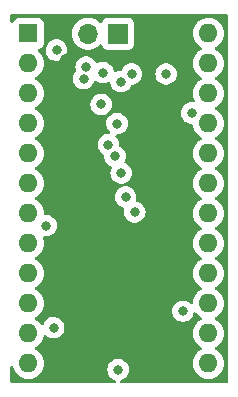
<source format=gbr>
%TF.GenerationSoftware,KiCad,Pcbnew,7.0.8-7.0.8~ubuntu23.04.1*%
%TF.CreationDate,2023-10-18T20:22:37+02:00*%
%TF.ProjectId,eprom_replacer2,6570726f-6d5f-4726-9570-6c6163657232,1.01*%
%TF.SameCoordinates,Original*%
%TF.FileFunction,Copper,L2,Inr*%
%TF.FilePolarity,Positive*%
%FSLAX46Y46*%
G04 Gerber Fmt 4.6, Leading zero omitted, Abs format (unit mm)*
G04 Created by KiCad (PCBNEW 7.0.8-7.0.8~ubuntu23.04.1) date 2023-10-18 20:22:37*
%MOMM*%
%LPD*%
G01*
G04 APERTURE LIST*
%TA.AperFunction,ComponentPad*%
%ADD10R,1.700000X1.700000*%
%TD*%
%TA.AperFunction,ComponentPad*%
%ADD11O,1.700000X1.700000*%
%TD*%
%TA.AperFunction,ComponentPad*%
%ADD12R,1.600000X1.600000*%
%TD*%
%TA.AperFunction,ComponentPad*%
%ADD13O,1.600000X1.600000*%
%TD*%
%TA.AperFunction,ViaPad*%
%ADD14C,0.800000*%
%TD*%
G04 APERTURE END LIST*
D10*
%TO.N,/~{WE}*%
%TO.C,J3*%
X108432600Y-79781400D03*
D11*
%TO.N,/PIN18*%
X105892600Y-79781400D03*
%TD*%
D12*
%TO.N,/A7*%
%TO.C,J2*%
X100838000Y-79756000D03*
D13*
%TO.N,/A6*%
X100838000Y-82296000D03*
%TO.N,/A5*%
X100838000Y-84836000D03*
%TO.N,/A4*%
X100838000Y-87376000D03*
%TO.N,/A3*%
X100838000Y-89916000D03*
%TO.N,/A2*%
X100838000Y-92456000D03*
%TO.N,/A1*%
X100838000Y-94996000D03*
%TO.N,/A0*%
X100838000Y-97536000D03*
%TO.N,/D0*%
X100838000Y-100076000D03*
%TO.N,/D1*%
X100838000Y-102616000D03*
%TO.N,/D2*%
X100838000Y-105156000D03*
%TO.N,GND*%
X100838000Y-107696000D03*
%TO.N,/D3*%
X116078000Y-107696000D03*
%TO.N,/D4*%
X116078000Y-105156000D03*
%TO.N,/D5*%
X116078000Y-102616000D03*
%TO.N,/D6*%
X116078000Y-100076000D03*
%TO.N,/D7*%
X116078000Y-97536000D03*
%TO.N,/PIN18*%
X116078000Y-94996000D03*
%TO.N,/PIN19*%
X116078000Y-92456000D03*
%TO.N,/PIN20*%
X116078000Y-89916000D03*
%TO.N,/PIN21*%
X116078000Y-87376000D03*
%TO.N,/A9*%
X116078000Y-84836000D03*
%TO.N,/A8*%
X116078000Y-82296000D03*
%TO.N,/A13*%
X116078000Y-79756000D03*
%TD*%
D14*
%TO.N,GND*%
X102975899Y-104669101D03*
X103225600Y-81187688D03*
X113922419Y-103286900D03*
%TO.N,/PIN18*%
X112496600Y-83210400D03*
%TO.N,/PIN19*%
X114657234Y-86510972D03*
%TO.N,/A9*%
X108170601Y-90158221D03*
X107162600Y-83081846D03*
%TO.N,/A8*%
X105719825Y-82613827D03*
X107611500Y-89184320D03*
%TO.N,+5V*%
X103950100Y-81893063D03*
X111729301Y-108229400D03*
X114274600Y-107213400D03*
X103733600Y-106197400D03*
X103256137Y-103445269D03*
X110591600Y-79908400D03*
%TO.N,/A10*%
X109840737Y-94883263D03*
X107006335Y-85770376D03*
X109575600Y-83210400D03*
%TO.N,/~{OE}*%
X109064680Y-93610122D03*
%TO.N,/~{WE}*%
X108336601Y-87401400D03*
%TO.N,/A12*%
X108432600Y-108229400D03*
%TO.N,/A11*%
X108691934Y-91587066D03*
X105511600Y-83591400D03*
X108684797Y-83843597D03*
%TO.N,/~{CE}*%
X102336600Y-96037400D03*
%TD*%
%TA.AperFunction,Conductor*%
%TO.N,+5V*%
G36*
X117670621Y-78125502D02*
G01*
X117717114Y-78179158D01*
X117728500Y-78231500D01*
X117728500Y-109220500D01*
X117708498Y-109288621D01*
X117654842Y-109335114D01*
X117602500Y-109346500D01*
X108745512Y-109346500D01*
X108677391Y-109326498D01*
X108630898Y-109272842D01*
X108620794Y-109202568D01*
X108650288Y-109137988D01*
X108708681Y-109100460D01*
X108708608Y-109100235D01*
X108709465Y-109099956D01*
X108710014Y-109099604D01*
X108712428Y-109098993D01*
X108714883Y-109098196D01*
X108714887Y-109098194D01*
X108714888Y-109098194D01*
X108889352Y-109020518D01*
X109043853Y-108908266D01*
X109171640Y-108766344D01*
X109267127Y-108600956D01*
X109326142Y-108419328D01*
X109346104Y-108229400D01*
X109326142Y-108039472D01*
X109267127Y-107857844D01*
X109171640Y-107692456D01*
X109171638Y-107692454D01*
X109171634Y-107692448D01*
X109043855Y-107550535D01*
X108889352Y-107438282D01*
X108714888Y-107360606D01*
X108528087Y-107320900D01*
X108337113Y-107320900D01*
X108150311Y-107360606D01*
X107975847Y-107438282D01*
X107821344Y-107550535D01*
X107693565Y-107692448D01*
X107693558Y-107692458D01*
X107598076Y-107857838D01*
X107598073Y-107857845D01*
X107539057Y-108039472D01*
X107519096Y-108229400D01*
X107539057Y-108419327D01*
X107569126Y-108511870D01*
X107598073Y-108600956D01*
X107598076Y-108600961D01*
X107693558Y-108766341D01*
X107693565Y-108766351D01*
X107821344Y-108908264D01*
X107821347Y-108908266D01*
X107975848Y-109020518D01*
X108100921Y-109076203D01*
X108150316Y-109098196D01*
X108156592Y-109100235D01*
X108155818Y-109102614D01*
X108208362Y-109130985D01*
X108242681Y-109193136D01*
X108237950Y-109263975D01*
X108195672Y-109321011D01*
X108129270Y-109346135D01*
X108119688Y-109346500D01*
X99440500Y-109346500D01*
X99372379Y-109326498D01*
X99325886Y-109272842D01*
X99314500Y-109220500D01*
X99314500Y-108022939D01*
X99334502Y-107954818D01*
X99388158Y-107908325D01*
X99458432Y-107898221D01*
X99523012Y-107927715D01*
X99561396Y-107987441D01*
X99562192Y-107990277D01*
X99570945Y-108022939D01*
X99603715Y-108145240D01*
X99603717Y-108145246D01*
X99700477Y-108352749D01*
X99747095Y-108419327D01*
X99831802Y-108540300D01*
X99993700Y-108702198D01*
X100181251Y-108833523D01*
X100388757Y-108930284D01*
X100609913Y-108989543D01*
X100838000Y-109009498D01*
X101066087Y-108989543D01*
X101287243Y-108930284D01*
X101494749Y-108833523D01*
X101682300Y-108702198D01*
X101844198Y-108540300D01*
X101975523Y-108352749D01*
X102072284Y-108145243D01*
X102131543Y-107924087D01*
X102151498Y-107696000D01*
X102131543Y-107467913D01*
X102072284Y-107246757D01*
X101975523Y-107039251D01*
X101844198Y-106851700D01*
X101682300Y-106689802D01*
X101494749Y-106558477D01*
X101455543Y-106540195D01*
X101402258Y-106493279D01*
X101382796Y-106425002D01*
X101403337Y-106357042D01*
X101455543Y-106311805D01*
X101457997Y-106310660D01*
X101494749Y-106293523D01*
X101682300Y-106162198D01*
X101844198Y-106000300D01*
X101975523Y-105812749D01*
X102072284Y-105605243D01*
X102131543Y-105384087D01*
X102131543Y-105384080D01*
X102132398Y-105380892D01*
X102169350Y-105320269D01*
X102233210Y-105289248D01*
X102303705Y-105297676D01*
X102347741Y-105329192D01*
X102364646Y-105347967D01*
X102519147Y-105460219D01*
X102693611Y-105537895D01*
X102880412Y-105577601D01*
X103071386Y-105577601D01*
X103258187Y-105537895D01*
X103432651Y-105460219D01*
X103587152Y-105347967D01*
X103604056Y-105329193D01*
X103714933Y-105206052D01*
X103714934Y-105206050D01*
X103714939Y-105206045D01*
X103810426Y-105040657D01*
X103869441Y-104859029D01*
X103889403Y-104669101D01*
X103869441Y-104479173D01*
X103810426Y-104297545D01*
X103714939Y-104132157D01*
X103714937Y-104132155D01*
X103714933Y-104132149D01*
X103587154Y-103990236D01*
X103432651Y-103877983D01*
X103258187Y-103800307D01*
X103071386Y-103760601D01*
X102880412Y-103760601D01*
X102693610Y-103800307D01*
X102519146Y-103877983D01*
X102364643Y-103990236D01*
X102236864Y-104132149D01*
X102236857Y-104132159D01*
X102141375Y-104297539D01*
X102141373Y-104297543D01*
X102122133Y-104356756D01*
X102082058Y-104415361D01*
X102016661Y-104442997D01*
X101946705Y-104430889D01*
X101899087Y-104390089D01*
X101844200Y-104311703D01*
X101844195Y-104311697D01*
X101682302Y-104149804D01*
X101682296Y-104149799D01*
X101579781Y-104078017D01*
X101494749Y-104018477D01*
X101455543Y-104000195D01*
X101402258Y-103953279D01*
X101382796Y-103885002D01*
X101403337Y-103817042D01*
X101455543Y-103771805D01*
X101457997Y-103770660D01*
X101494749Y-103753523D01*
X101682300Y-103622198D01*
X101844198Y-103460300D01*
X101965614Y-103286900D01*
X113008915Y-103286900D01*
X113028876Y-103476827D01*
X113058945Y-103569370D01*
X113087892Y-103658456D01*
X113087895Y-103658461D01*
X113183377Y-103823841D01*
X113183384Y-103823851D01*
X113311163Y-103965764D01*
X113344846Y-103990236D01*
X113465667Y-104078018D01*
X113640131Y-104155694D01*
X113826932Y-104195400D01*
X114017906Y-104195400D01*
X114204707Y-104155694D01*
X114379171Y-104078018D01*
X114533672Y-103965766D01*
X114543403Y-103954959D01*
X114661453Y-103823851D01*
X114661454Y-103823849D01*
X114661459Y-103823844D01*
X114756946Y-103658456D01*
X114815961Y-103476828D01*
X114815961Y-103476826D01*
X114815962Y-103476824D01*
X114817335Y-103470367D01*
X114819388Y-103470803D01*
X114842649Y-103414266D01*
X114900870Y-103373636D01*
X114971815Y-103370933D01*
X115032959Y-103407014D01*
X115044159Y-103420822D01*
X115071802Y-103460300D01*
X115233700Y-103622198D01*
X115421251Y-103753523D01*
X115456359Y-103769894D01*
X115460457Y-103771805D01*
X115513742Y-103818722D01*
X115533203Y-103886999D01*
X115512661Y-103954959D01*
X115460457Y-104000195D01*
X115421250Y-104018477D01*
X115233703Y-104149799D01*
X115233697Y-104149804D01*
X115071804Y-104311697D01*
X115071799Y-104311703D01*
X114940477Y-104499250D01*
X114843717Y-104706753D01*
X114843715Y-104706759D01*
X114792021Y-104899684D01*
X114784457Y-104927913D01*
X114764502Y-105156000D01*
X114784457Y-105384087D01*
X114843716Y-105605243D01*
X114940477Y-105812749D01*
X115071802Y-106000300D01*
X115233700Y-106162198D01*
X115421251Y-106293523D01*
X115456359Y-106309894D01*
X115460457Y-106311805D01*
X115513742Y-106358722D01*
X115533203Y-106426999D01*
X115512661Y-106494959D01*
X115460457Y-106540195D01*
X115421250Y-106558477D01*
X115233703Y-106689799D01*
X115233697Y-106689804D01*
X115071804Y-106851697D01*
X115071799Y-106851703D01*
X114940477Y-107039250D01*
X114843717Y-107246753D01*
X114843715Y-107246759D01*
X114792397Y-107438282D01*
X114784457Y-107467913D01*
X114764502Y-107696000D01*
X114784457Y-107924087D01*
X114801433Y-107987441D01*
X114843715Y-108145240D01*
X114843717Y-108145246D01*
X114940477Y-108352749D01*
X114987095Y-108419327D01*
X115071802Y-108540300D01*
X115233700Y-108702198D01*
X115421251Y-108833523D01*
X115628757Y-108930284D01*
X115849913Y-108989543D01*
X116078000Y-109009498D01*
X116306087Y-108989543D01*
X116527243Y-108930284D01*
X116734749Y-108833523D01*
X116922300Y-108702198D01*
X117084198Y-108540300D01*
X117215523Y-108352749D01*
X117312284Y-108145243D01*
X117371543Y-107924087D01*
X117391498Y-107696000D01*
X117371543Y-107467913D01*
X117312284Y-107246757D01*
X117215523Y-107039251D01*
X117084198Y-106851700D01*
X116922300Y-106689802D01*
X116734749Y-106558477D01*
X116695543Y-106540195D01*
X116642258Y-106493279D01*
X116622796Y-106425002D01*
X116643337Y-106357042D01*
X116695543Y-106311805D01*
X116697997Y-106310660D01*
X116734749Y-106293523D01*
X116922300Y-106162198D01*
X117084198Y-106000300D01*
X117215523Y-105812749D01*
X117312284Y-105605243D01*
X117371543Y-105384087D01*
X117391498Y-105156000D01*
X117371543Y-104927913D01*
X117312284Y-104706757D01*
X117215523Y-104499251D01*
X117084198Y-104311700D01*
X116922300Y-104149802D01*
X116897100Y-104132157D01*
X116819781Y-104078017D01*
X116734749Y-104018477D01*
X116695543Y-104000195D01*
X116642258Y-103953279D01*
X116622796Y-103885002D01*
X116643337Y-103817042D01*
X116695543Y-103771805D01*
X116697997Y-103770660D01*
X116734749Y-103753523D01*
X116922300Y-103622198D01*
X117084198Y-103460300D01*
X117215523Y-103272749D01*
X117312284Y-103065243D01*
X117371543Y-102844087D01*
X117391498Y-102616000D01*
X117371543Y-102387913D01*
X117312284Y-102166757D01*
X117215523Y-101959251D01*
X117084198Y-101771700D01*
X116922300Y-101609802D01*
X116734749Y-101478477D01*
X116695543Y-101460195D01*
X116642258Y-101413279D01*
X116622796Y-101345002D01*
X116643337Y-101277042D01*
X116695543Y-101231805D01*
X116697997Y-101230660D01*
X116734749Y-101213523D01*
X116922300Y-101082198D01*
X117084198Y-100920300D01*
X117215523Y-100732749D01*
X117312284Y-100525243D01*
X117371543Y-100304087D01*
X117391498Y-100076000D01*
X117371543Y-99847913D01*
X117312284Y-99626757D01*
X117215523Y-99419251D01*
X117084198Y-99231700D01*
X116922300Y-99069802D01*
X116734749Y-98938477D01*
X116695543Y-98920195D01*
X116642258Y-98873279D01*
X116622796Y-98805002D01*
X116643337Y-98737042D01*
X116695543Y-98691805D01*
X116697997Y-98690660D01*
X116734749Y-98673523D01*
X116922300Y-98542198D01*
X117084198Y-98380300D01*
X117215523Y-98192749D01*
X117312284Y-97985243D01*
X117371543Y-97764087D01*
X117391498Y-97536000D01*
X117371543Y-97307913D01*
X117312284Y-97086757D01*
X117215523Y-96879251D01*
X117084198Y-96691700D01*
X116922300Y-96529802D01*
X116734749Y-96398477D01*
X116695543Y-96380195D01*
X116642258Y-96333279D01*
X116622796Y-96265002D01*
X116643337Y-96197042D01*
X116695543Y-96151805D01*
X116697997Y-96150660D01*
X116734749Y-96133523D01*
X116922300Y-96002198D01*
X117084198Y-95840300D01*
X117215523Y-95652749D01*
X117312284Y-95445243D01*
X117371543Y-95224087D01*
X117391498Y-94996000D01*
X117371543Y-94767913D01*
X117312284Y-94546757D01*
X117215523Y-94339251D01*
X117084198Y-94151700D01*
X116922300Y-93989802D01*
X116734749Y-93858477D01*
X116695543Y-93840195D01*
X116642258Y-93793279D01*
X116622796Y-93725002D01*
X116643337Y-93657042D01*
X116695543Y-93611805D01*
X116699152Y-93610122D01*
X116734749Y-93593523D01*
X116922300Y-93462198D01*
X117084198Y-93300300D01*
X117215523Y-93112749D01*
X117312284Y-92905243D01*
X117371543Y-92684087D01*
X117391498Y-92456000D01*
X117371543Y-92227913D01*
X117312284Y-92006757D01*
X117215523Y-91799251D01*
X117084198Y-91611700D01*
X116922300Y-91449802D01*
X116734749Y-91318477D01*
X116695543Y-91300195D01*
X116642258Y-91253279D01*
X116622796Y-91185002D01*
X116643337Y-91117042D01*
X116695543Y-91071805D01*
X116697997Y-91070660D01*
X116734749Y-91053523D01*
X116922300Y-90922198D01*
X117084198Y-90760300D01*
X117215523Y-90572749D01*
X117312284Y-90365243D01*
X117371543Y-90144087D01*
X117391498Y-89916000D01*
X117371543Y-89687913D01*
X117312284Y-89466757D01*
X117215523Y-89259251D01*
X117084198Y-89071700D01*
X116922300Y-88909802D01*
X116734749Y-88778477D01*
X116695543Y-88760195D01*
X116642258Y-88713279D01*
X116622796Y-88645002D01*
X116643337Y-88577042D01*
X116695543Y-88531805D01*
X116697997Y-88530660D01*
X116734749Y-88513523D01*
X116922300Y-88382198D01*
X117084198Y-88220300D01*
X117215523Y-88032749D01*
X117312284Y-87825243D01*
X117371543Y-87604087D01*
X117391498Y-87376000D01*
X117371543Y-87147913D01*
X117312284Y-86926757D01*
X117215523Y-86719251D01*
X117084198Y-86531700D01*
X116922300Y-86369802D01*
X116734749Y-86238477D01*
X116695543Y-86220195D01*
X116642258Y-86173279D01*
X116622796Y-86105002D01*
X116643337Y-86037042D01*
X116695543Y-85991805D01*
X116697997Y-85990660D01*
X116734749Y-85973523D01*
X116922300Y-85842198D01*
X117084198Y-85680300D01*
X117215523Y-85492749D01*
X117312284Y-85285243D01*
X117371543Y-85064087D01*
X117391498Y-84836000D01*
X117371543Y-84607913D01*
X117312284Y-84386757D01*
X117215523Y-84179251D01*
X117084198Y-83991700D01*
X116922300Y-83829802D01*
X116734749Y-83698477D01*
X116695543Y-83680195D01*
X116642258Y-83633279D01*
X116622796Y-83565002D01*
X116643337Y-83497042D01*
X116695543Y-83451805D01*
X116697997Y-83450660D01*
X116734749Y-83433523D01*
X116922300Y-83302198D01*
X117084198Y-83140300D01*
X117215523Y-82952749D01*
X117312284Y-82745243D01*
X117371543Y-82524087D01*
X117391498Y-82296000D01*
X117371543Y-82067913D01*
X117312284Y-81846757D01*
X117215523Y-81639251D01*
X117084198Y-81451700D01*
X116922300Y-81289802D01*
X116922291Y-81289796D01*
X116816086Y-81215430D01*
X116734749Y-81158477D01*
X116695543Y-81140195D01*
X116642258Y-81093279D01*
X116622796Y-81025002D01*
X116643337Y-80957042D01*
X116695543Y-80911805D01*
X116697997Y-80910660D01*
X116734749Y-80893523D01*
X116922300Y-80762198D01*
X117084198Y-80600300D01*
X117215523Y-80412749D01*
X117312284Y-80205243D01*
X117371543Y-79984087D01*
X117391498Y-79756000D01*
X117371543Y-79527913D01*
X117312284Y-79306757D01*
X117215523Y-79099251D01*
X117084198Y-78911700D01*
X116922300Y-78749802D01*
X116911617Y-78742322D01*
X116734749Y-78618477D01*
X116527246Y-78521717D01*
X116527240Y-78521715D01*
X116433771Y-78496670D01*
X116306087Y-78462457D01*
X116078000Y-78442502D01*
X115849913Y-78462457D01*
X115628759Y-78521715D01*
X115628753Y-78521717D01*
X115421250Y-78618477D01*
X115233703Y-78749799D01*
X115233697Y-78749804D01*
X115071804Y-78911697D01*
X115071799Y-78911703D01*
X114940477Y-79099250D01*
X114843717Y-79306753D01*
X114843715Y-79306759D01*
X114784457Y-79527913D01*
X114764502Y-79756000D01*
X114784457Y-79984087D01*
X114818670Y-80111771D01*
X114843715Y-80205240D01*
X114843717Y-80205246D01*
X114852470Y-80224016D01*
X114940477Y-80412749D01*
X115071802Y-80600300D01*
X115233700Y-80762198D01*
X115421251Y-80893523D01*
X115456359Y-80909894D01*
X115460457Y-80911805D01*
X115513742Y-80958722D01*
X115533203Y-81026999D01*
X115512661Y-81094959D01*
X115460457Y-81140195D01*
X115421250Y-81158477D01*
X115233703Y-81289799D01*
X115233697Y-81289804D01*
X115071804Y-81451697D01*
X115071799Y-81451703D01*
X114940477Y-81639250D01*
X114843717Y-81846753D01*
X114843715Y-81846759D01*
X114792021Y-82039684D01*
X114784457Y-82067913D01*
X114764502Y-82296000D01*
X114784457Y-82524087D01*
X114801433Y-82587441D01*
X114843715Y-82745240D01*
X114843717Y-82745246D01*
X114912111Y-82891918D01*
X114940477Y-82952749D01*
X115071802Y-83140300D01*
X115233700Y-83302198D01*
X115421251Y-83433523D01*
X115456359Y-83449894D01*
X115460457Y-83451805D01*
X115513742Y-83498722D01*
X115533203Y-83566999D01*
X115512661Y-83634959D01*
X115460457Y-83680195D01*
X115421250Y-83698477D01*
X115233703Y-83829799D01*
X115233697Y-83829804D01*
X115071804Y-83991697D01*
X115071799Y-83991703D01*
X114940477Y-84179250D01*
X114843717Y-84386753D01*
X114843715Y-84386759D01*
X114792021Y-84579684D01*
X114784457Y-84607913D01*
X114764502Y-84836000D01*
X114784457Y-85064087D01*
X114801433Y-85127441D01*
X114843715Y-85285240D01*
X114843717Y-85285246D01*
X114911125Y-85429803D01*
X114921786Y-85499995D01*
X114892806Y-85564808D01*
X114833386Y-85603664D01*
X114770735Y-85606300D01*
X114752724Y-85602472D01*
X114752721Y-85602472D01*
X114561747Y-85602472D01*
X114374945Y-85642178D01*
X114200481Y-85719854D01*
X114045978Y-85832107D01*
X113918199Y-85974020D01*
X113918192Y-85974030D01*
X113822710Y-86139410D01*
X113822707Y-86139416D01*
X113821888Y-86141937D01*
X113763691Y-86321044D01*
X113743730Y-86510972D01*
X113763691Y-86700899D01*
X113793760Y-86793442D01*
X113822707Y-86882528D01*
X113822710Y-86882533D01*
X113918192Y-87047913D01*
X113918199Y-87047923D01*
X114045978Y-87189836D01*
X114107233Y-87234340D01*
X114200482Y-87302090D01*
X114374946Y-87379766D01*
X114561747Y-87419472D01*
X114652848Y-87419472D01*
X114720969Y-87439474D01*
X114767462Y-87493130D01*
X114778367Y-87534484D01*
X114784457Y-87604087D01*
X114801433Y-87667441D01*
X114843715Y-87825240D01*
X114843717Y-87825246D01*
X114896459Y-87938351D01*
X114940477Y-88032749D01*
X115071802Y-88220300D01*
X115233700Y-88382198D01*
X115421251Y-88513523D01*
X115456359Y-88529894D01*
X115460457Y-88531805D01*
X115513742Y-88578722D01*
X115533203Y-88646999D01*
X115512661Y-88714959D01*
X115460457Y-88760195D01*
X115421250Y-88778477D01*
X115233703Y-88909799D01*
X115233697Y-88909804D01*
X115071804Y-89071697D01*
X115071799Y-89071703D01*
X114940477Y-89259250D01*
X114843717Y-89466753D01*
X114843715Y-89466759D01*
X114792021Y-89659684D01*
X114784457Y-89687913D01*
X114764502Y-89916000D01*
X114784457Y-90144087D01*
X114801433Y-90207441D01*
X114843715Y-90365240D01*
X114843717Y-90365246D01*
X114940477Y-90572749D01*
X115062901Y-90747589D01*
X115071802Y-90760300D01*
X115233700Y-90922198D01*
X115421251Y-91053523D01*
X115456359Y-91069894D01*
X115460457Y-91071805D01*
X115513742Y-91118722D01*
X115533203Y-91186999D01*
X115512661Y-91254959D01*
X115460457Y-91300195D01*
X115421250Y-91318477D01*
X115233703Y-91449799D01*
X115233697Y-91449804D01*
X115071804Y-91611697D01*
X115071799Y-91611703D01*
X114940477Y-91799250D01*
X114843717Y-92006753D01*
X114843715Y-92006759D01*
X114792021Y-92199684D01*
X114784457Y-92227913D01*
X114764502Y-92456000D01*
X114784457Y-92684087D01*
X114843716Y-92905243D01*
X114940477Y-93112749D01*
X115071802Y-93300300D01*
X115233700Y-93462198D01*
X115421251Y-93593523D01*
X115456359Y-93609894D01*
X115460457Y-93611805D01*
X115513742Y-93658722D01*
X115533203Y-93726999D01*
X115512661Y-93794959D01*
X115460457Y-93840195D01*
X115421250Y-93858477D01*
X115233703Y-93989799D01*
X115233697Y-93989804D01*
X115071804Y-94151697D01*
X115071799Y-94151703D01*
X114940477Y-94339250D01*
X114843717Y-94546753D01*
X114843715Y-94546759D01*
X114792021Y-94739684D01*
X114784457Y-94767913D01*
X114764502Y-94996000D01*
X114784457Y-95224087D01*
X114792692Y-95254819D01*
X114843715Y-95445240D01*
X114843717Y-95445246D01*
X114898220Y-95562129D01*
X114940477Y-95652749D01*
X115071802Y-95840300D01*
X115233700Y-96002198D01*
X115421251Y-96133523D01*
X115456359Y-96149894D01*
X115460457Y-96151805D01*
X115513742Y-96198722D01*
X115533203Y-96266999D01*
X115512661Y-96334959D01*
X115460457Y-96380195D01*
X115421250Y-96398477D01*
X115233703Y-96529799D01*
X115233697Y-96529804D01*
X115071804Y-96691697D01*
X115071799Y-96691703D01*
X114940477Y-96879250D01*
X114843717Y-97086753D01*
X114843715Y-97086759D01*
X114792021Y-97279684D01*
X114784457Y-97307913D01*
X114764502Y-97536000D01*
X114784457Y-97764087D01*
X114843716Y-97985243D01*
X114940477Y-98192749D01*
X115071802Y-98380300D01*
X115233700Y-98542198D01*
X115421251Y-98673523D01*
X115456359Y-98689894D01*
X115460457Y-98691805D01*
X115513742Y-98738722D01*
X115533203Y-98806999D01*
X115512661Y-98874959D01*
X115460457Y-98920195D01*
X115421250Y-98938477D01*
X115233703Y-99069799D01*
X115233697Y-99069804D01*
X115071804Y-99231697D01*
X115071799Y-99231703D01*
X114940477Y-99419250D01*
X114843717Y-99626753D01*
X114843715Y-99626759D01*
X114792021Y-99819684D01*
X114784457Y-99847913D01*
X114764502Y-100076000D01*
X114784457Y-100304087D01*
X114843716Y-100525243D01*
X114940477Y-100732749D01*
X115071802Y-100920300D01*
X115233700Y-101082198D01*
X115421251Y-101213523D01*
X115456359Y-101229894D01*
X115460457Y-101231805D01*
X115513742Y-101278722D01*
X115533203Y-101346999D01*
X115512661Y-101414959D01*
X115460457Y-101460195D01*
X115421250Y-101478477D01*
X115233703Y-101609799D01*
X115233697Y-101609804D01*
X115071804Y-101771697D01*
X115071799Y-101771703D01*
X114940477Y-101959250D01*
X114843717Y-102166753D01*
X114843715Y-102166759D01*
X114784457Y-102387913D01*
X114769951Y-102553720D01*
X114744087Y-102619838D01*
X114686584Y-102661478D01*
X114615696Y-102665418D01*
X114553932Y-102630408D01*
X114550795Y-102627050D01*
X114533672Y-102608034D01*
X114379171Y-102495782D01*
X114204707Y-102418106D01*
X114017906Y-102378400D01*
X113826932Y-102378400D01*
X113640130Y-102418106D01*
X113465666Y-102495782D01*
X113311163Y-102608035D01*
X113183384Y-102749948D01*
X113183377Y-102749958D01*
X113087895Y-102915338D01*
X113087892Y-102915345D01*
X113028876Y-103096972D01*
X113008915Y-103286900D01*
X101965614Y-103286900D01*
X101975523Y-103272749D01*
X102072284Y-103065243D01*
X102131543Y-102844087D01*
X102151498Y-102616000D01*
X102131543Y-102387913D01*
X102072284Y-102166757D01*
X101975523Y-101959251D01*
X101844198Y-101771700D01*
X101682300Y-101609802D01*
X101494749Y-101478477D01*
X101455543Y-101460195D01*
X101402258Y-101413279D01*
X101382796Y-101345002D01*
X101403337Y-101277042D01*
X101455543Y-101231805D01*
X101457997Y-101230660D01*
X101494749Y-101213523D01*
X101682300Y-101082198D01*
X101844198Y-100920300D01*
X101975523Y-100732749D01*
X102072284Y-100525243D01*
X102131543Y-100304087D01*
X102151498Y-100076000D01*
X102131543Y-99847913D01*
X102072284Y-99626757D01*
X101975523Y-99419251D01*
X101844198Y-99231700D01*
X101682300Y-99069802D01*
X101494749Y-98938477D01*
X101455543Y-98920195D01*
X101402258Y-98873279D01*
X101382796Y-98805002D01*
X101403337Y-98737042D01*
X101455543Y-98691805D01*
X101457997Y-98690660D01*
X101494749Y-98673523D01*
X101682300Y-98542198D01*
X101844198Y-98380300D01*
X101975523Y-98192749D01*
X102072284Y-97985243D01*
X102131543Y-97764087D01*
X102151498Y-97536000D01*
X102131543Y-97307913D01*
X102075282Y-97097945D01*
X102076972Y-97026971D01*
X102116766Y-96968175D01*
X102182030Y-96940227D01*
X102223188Y-96942089D01*
X102229478Y-96943426D01*
X102241112Y-96945900D01*
X102241113Y-96945900D01*
X102432087Y-96945900D01*
X102618888Y-96906194D01*
X102793352Y-96828518D01*
X102947853Y-96716266D01*
X102969970Y-96691703D01*
X103075634Y-96574351D01*
X103075635Y-96574349D01*
X103075640Y-96574344D01*
X103171127Y-96408956D01*
X103230142Y-96227328D01*
X103250104Y-96037400D01*
X103230142Y-95847472D01*
X103171127Y-95665844D01*
X103075640Y-95500456D01*
X103075638Y-95500454D01*
X103075634Y-95500448D01*
X102947855Y-95358535D01*
X102793352Y-95246282D01*
X102618888Y-95168606D01*
X102432087Y-95128900D01*
X102277376Y-95128900D01*
X102209255Y-95108898D01*
X102162762Y-95055242D01*
X102153500Y-95001502D01*
X102151498Y-95001502D01*
X102151498Y-94996006D01*
X102151497Y-94996002D01*
X102151498Y-94996000D01*
X102131543Y-94767913D01*
X102072284Y-94546757D01*
X101975523Y-94339251D01*
X101844198Y-94151700D01*
X101682300Y-93989802D01*
X101494749Y-93858477D01*
X101455543Y-93840195D01*
X101402258Y-93793279D01*
X101382796Y-93725002D01*
X101403337Y-93657042D01*
X101455543Y-93611805D01*
X101459152Y-93610122D01*
X101494749Y-93593523D01*
X101682300Y-93462198D01*
X101844198Y-93300300D01*
X101975523Y-93112749D01*
X102072284Y-92905243D01*
X102131543Y-92684087D01*
X102151498Y-92456000D01*
X102131543Y-92227913D01*
X102072284Y-92006757D01*
X101975523Y-91799251D01*
X101844198Y-91611700D01*
X101682300Y-91449802D01*
X101494749Y-91318477D01*
X101455543Y-91300195D01*
X101402258Y-91253279D01*
X101382796Y-91185002D01*
X101403337Y-91117042D01*
X101455543Y-91071805D01*
X101457997Y-91070660D01*
X101494749Y-91053523D01*
X101682300Y-90922198D01*
X101844198Y-90760300D01*
X101975523Y-90572749D01*
X102072284Y-90365243D01*
X102131543Y-90144087D01*
X102151498Y-89916000D01*
X102131543Y-89687913D01*
X102072284Y-89466757D01*
X101975523Y-89259251D01*
X101923056Y-89184320D01*
X106697996Y-89184320D01*
X106717957Y-89374247D01*
X106748015Y-89466753D01*
X106776973Y-89555876D01*
X106776976Y-89555881D01*
X106872458Y-89721261D01*
X106872465Y-89721271D01*
X107000244Y-89863184D01*
X107000247Y-89863186D01*
X107154748Y-89975438D01*
X107187242Y-89989905D01*
X107241338Y-90035885D01*
X107261988Y-90103812D01*
X107261304Y-90118179D01*
X107257097Y-90158218D01*
X107257097Y-90158220D01*
X107277058Y-90348148D01*
X107282612Y-90365240D01*
X107336074Y-90529777D01*
X107336076Y-90529780D01*
X107336077Y-90529782D01*
X107431559Y-90695162D01*
X107431566Y-90695172D01*
X107559345Y-90837085D01*
X107559348Y-90837087D01*
X107713849Y-90949339D01*
X107812349Y-90993193D01*
X107822461Y-90997696D01*
X107876557Y-91043676D01*
X107897206Y-91111604D01*
X107880332Y-91175802D01*
X107857408Y-91215506D01*
X107857407Y-91215511D01*
X107798391Y-91397138D01*
X107778430Y-91587066D01*
X107798391Y-91776993D01*
X107828460Y-91869536D01*
X107857407Y-91958622D01*
X107857410Y-91958627D01*
X107952892Y-92124007D01*
X107952899Y-92124017D01*
X108080678Y-92265930D01*
X108080681Y-92265932D01*
X108235182Y-92378184D01*
X108409646Y-92455860D01*
X108596447Y-92495566D01*
X108743236Y-92495566D01*
X108811357Y-92515568D01*
X108857850Y-92569224D01*
X108867954Y-92639498D01*
X108838460Y-92704078D01*
X108787947Y-92737569D01*
X108788425Y-92738642D01*
X108607927Y-92819004D01*
X108453424Y-92931257D01*
X108325645Y-93073170D01*
X108325638Y-93073180D01*
X108230156Y-93238560D01*
X108230153Y-93238567D01*
X108171137Y-93420194D01*
X108151176Y-93610122D01*
X108171137Y-93800049D01*
X108182415Y-93834758D01*
X108230153Y-93981678D01*
X108230156Y-93981683D01*
X108325638Y-94147063D01*
X108325645Y-94147073D01*
X108453424Y-94288986D01*
X108453427Y-94288988D01*
X108607928Y-94401240D01*
X108782392Y-94478916D01*
X108864837Y-94496440D01*
X108927310Y-94530168D01*
X108961632Y-94592318D01*
X108958473Y-94658623D01*
X108947194Y-94693333D01*
X108927233Y-94883263D01*
X108947194Y-95073190D01*
X108958797Y-95108898D01*
X109006210Y-95254819D01*
X109006213Y-95254824D01*
X109101695Y-95420204D01*
X109101702Y-95420214D01*
X109229481Y-95562127D01*
X109229484Y-95562129D01*
X109383985Y-95674381D01*
X109558449Y-95752057D01*
X109745250Y-95791763D01*
X109936224Y-95791763D01*
X110123025Y-95752057D01*
X110297489Y-95674381D01*
X110451990Y-95562129D01*
X110579777Y-95420207D01*
X110675264Y-95254819D01*
X110734279Y-95073191D01*
X110754241Y-94883263D01*
X110734279Y-94693335D01*
X110675264Y-94511707D01*
X110579777Y-94346319D01*
X110579775Y-94346317D01*
X110579771Y-94346311D01*
X110451992Y-94204398D01*
X110297489Y-94092145D01*
X110123021Y-94014467D01*
X110040578Y-93996943D01*
X109978105Y-93963215D01*
X109943784Y-93901065D01*
X109946943Y-93834760D01*
X109958222Y-93800050D01*
X109978184Y-93610122D01*
X109958222Y-93420194D01*
X109899207Y-93238566D01*
X109803720Y-93073178D01*
X109803718Y-93073176D01*
X109803714Y-93073170D01*
X109675935Y-92931257D01*
X109521432Y-92819004D01*
X109346968Y-92741328D01*
X109160167Y-92701622D01*
X109013378Y-92701622D01*
X108945257Y-92681620D01*
X108898764Y-92627964D01*
X108888660Y-92557690D01*
X108918154Y-92493110D01*
X108968666Y-92459618D01*
X108968189Y-92458546D01*
X108974224Y-92455859D01*
X109148686Y-92378184D01*
X109303187Y-92265932D01*
X109303189Y-92265930D01*
X109430968Y-92124017D01*
X109430969Y-92124015D01*
X109430974Y-92124010D01*
X109526461Y-91958622D01*
X109585476Y-91776994D01*
X109605438Y-91587066D01*
X109585476Y-91397138D01*
X109526461Y-91215510D01*
X109430974Y-91050122D01*
X109430972Y-91050120D01*
X109430968Y-91050114D01*
X109303189Y-90908201D01*
X109243844Y-90865085D01*
X109148686Y-90795948D01*
X109148682Y-90795946D01*
X109148679Y-90795944D01*
X109040073Y-90747589D01*
X108985977Y-90701609D01*
X108965328Y-90633682D01*
X108982203Y-90569483D01*
X109005128Y-90529777D01*
X109064143Y-90348149D01*
X109084105Y-90158221D01*
X109064143Y-89968293D01*
X109005128Y-89786665D01*
X108909641Y-89621277D01*
X108909639Y-89621275D01*
X108909635Y-89621269D01*
X108781856Y-89479356D01*
X108722511Y-89436240D01*
X108627353Y-89367103D01*
X108627349Y-89367101D01*
X108627346Y-89367099D01*
X108594855Y-89352633D01*
X108540760Y-89306653D01*
X108520111Y-89238726D01*
X108520793Y-89224376D01*
X108525004Y-89184320D01*
X108505042Y-88994392D01*
X108446027Y-88812764D01*
X108350540Y-88647376D01*
X108350538Y-88647374D01*
X108350534Y-88647368D01*
X108236040Y-88520210D01*
X108205322Y-88456203D01*
X108214087Y-88385749D01*
X108259550Y-88331218D01*
X108327277Y-88309923D01*
X108329676Y-88309900D01*
X108432088Y-88309900D01*
X108618889Y-88270194D01*
X108793353Y-88192518D01*
X108947854Y-88080266D01*
X108947856Y-88080264D01*
X109075635Y-87938351D01*
X109075636Y-87938349D01*
X109075641Y-87938344D01*
X109171128Y-87772956D01*
X109230143Y-87591328D01*
X109250105Y-87401400D01*
X109230143Y-87211472D01*
X109171128Y-87029844D01*
X109075641Y-86864456D01*
X109075639Y-86864454D01*
X109075635Y-86864448D01*
X108947856Y-86722535D01*
X108793353Y-86610282D01*
X108618889Y-86532606D01*
X108432088Y-86492900D01*
X108241114Y-86492900D01*
X108054312Y-86532606D01*
X107879848Y-86610282D01*
X107725345Y-86722535D01*
X107597566Y-86864448D01*
X107597559Y-86864458D01*
X107502077Y-87029838D01*
X107502074Y-87029845D01*
X107443058Y-87211472D01*
X107423097Y-87401400D01*
X107443058Y-87591327D01*
X107457190Y-87634818D01*
X107502074Y-87772956D01*
X107502077Y-87772961D01*
X107597559Y-87938341D01*
X107597566Y-87938351D01*
X107712061Y-88065510D01*
X107742779Y-88129517D01*
X107734014Y-88199971D01*
X107688551Y-88254502D01*
X107620824Y-88275797D01*
X107618425Y-88275820D01*
X107516013Y-88275820D01*
X107329211Y-88315526D01*
X107154747Y-88393202D01*
X107000244Y-88505455D01*
X106872465Y-88647368D01*
X106872458Y-88647378D01*
X106776976Y-88812758D01*
X106776973Y-88812765D01*
X106717957Y-88994392D01*
X106697996Y-89184320D01*
X101923056Y-89184320D01*
X101844198Y-89071700D01*
X101682300Y-88909802D01*
X101494749Y-88778477D01*
X101455543Y-88760195D01*
X101402258Y-88713279D01*
X101382796Y-88645002D01*
X101403337Y-88577042D01*
X101455543Y-88531805D01*
X101457997Y-88530660D01*
X101494749Y-88513523D01*
X101682300Y-88382198D01*
X101844198Y-88220300D01*
X101975523Y-88032749D01*
X102072284Y-87825243D01*
X102131543Y-87604087D01*
X102151498Y-87376000D01*
X102131543Y-87147913D01*
X102072284Y-86926757D01*
X101975523Y-86719251D01*
X101844198Y-86531700D01*
X101682300Y-86369802D01*
X101494749Y-86238477D01*
X101455543Y-86220195D01*
X101402258Y-86173279D01*
X101382796Y-86105002D01*
X101403337Y-86037042D01*
X101455543Y-85991805D01*
X101457997Y-85990660D01*
X101494749Y-85973523D01*
X101682300Y-85842198D01*
X101754122Y-85770376D01*
X106092831Y-85770376D01*
X106112792Y-85960303D01*
X106123028Y-85991805D01*
X106171808Y-86141932D01*
X106171811Y-86141937D01*
X106267293Y-86307317D01*
X106267300Y-86307327D01*
X106395079Y-86449240D01*
X106395082Y-86449242D01*
X106549583Y-86561494D01*
X106724047Y-86639170D01*
X106910848Y-86678876D01*
X107101822Y-86678876D01*
X107288623Y-86639170D01*
X107463087Y-86561494D01*
X107617588Y-86449242D01*
X107745375Y-86307320D01*
X107840862Y-86141932D01*
X107899877Y-85960304D01*
X107919839Y-85770376D01*
X107899877Y-85580448D01*
X107840862Y-85398820D01*
X107745375Y-85233432D01*
X107745373Y-85233430D01*
X107745369Y-85233424D01*
X107617590Y-85091511D01*
X107463087Y-84979258D01*
X107288623Y-84901582D01*
X107101822Y-84861876D01*
X106910848Y-84861876D01*
X106724046Y-84901582D01*
X106549582Y-84979258D01*
X106395079Y-85091511D01*
X106267300Y-85233424D01*
X106267293Y-85233434D01*
X106171811Y-85398814D01*
X106171808Y-85398821D01*
X106112792Y-85580448D01*
X106092831Y-85770376D01*
X101754122Y-85770376D01*
X101844198Y-85680300D01*
X101975523Y-85492749D01*
X102072284Y-85285243D01*
X102131543Y-85064087D01*
X102151498Y-84836000D01*
X102131543Y-84607913D01*
X102072284Y-84386757D01*
X101975523Y-84179251D01*
X101844198Y-83991700D01*
X101682300Y-83829802D01*
X101494749Y-83698477D01*
X101455543Y-83680195D01*
X101402258Y-83633279D01*
X101390321Y-83591400D01*
X104598096Y-83591400D01*
X104618057Y-83781327D01*
X104638307Y-83843648D01*
X104677073Y-83962956D01*
X104677076Y-83962961D01*
X104772558Y-84128341D01*
X104772565Y-84128351D01*
X104900344Y-84270264D01*
X104900347Y-84270266D01*
X105054848Y-84382518D01*
X105229312Y-84460194D01*
X105416113Y-84499900D01*
X105607087Y-84499900D01*
X105793888Y-84460194D01*
X105968352Y-84382518D01*
X106122853Y-84270266D01*
X106122855Y-84270264D01*
X106250634Y-84128351D01*
X106250635Y-84128349D01*
X106250640Y-84128344D01*
X106346127Y-83962956D01*
X106384893Y-83843645D01*
X106424965Y-83785042D01*
X106490362Y-83757405D01*
X106560319Y-83769512D01*
X106578786Y-83780648D01*
X106705848Y-83872964D01*
X106880312Y-83950640D01*
X107067113Y-83990346D01*
X107258087Y-83990346D01*
X107444888Y-83950640D01*
X107444888Y-83950639D01*
X107444892Y-83950639D01*
X107562590Y-83898236D01*
X107609018Y-83877564D01*
X107679384Y-83868130D01*
X107743681Y-83898236D01*
X107781494Y-83958325D01*
X107785576Y-83979499D01*
X107791254Y-84033524D01*
X107806094Y-84079194D01*
X107850270Y-84215153D01*
X107850272Y-84215156D01*
X107850273Y-84215158D01*
X107945755Y-84380538D01*
X107945762Y-84380548D01*
X108073541Y-84522461D01*
X108073544Y-84522463D01*
X108228045Y-84634715D01*
X108402509Y-84712391D01*
X108589310Y-84752097D01*
X108780284Y-84752097D01*
X108967085Y-84712391D01*
X109141549Y-84634715D01*
X109296050Y-84522463D01*
X109352118Y-84460193D01*
X109423831Y-84380548D01*
X109423832Y-84380546D01*
X109423837Y-84380541D01*
X109519324Y-84215153D01*
X109522311Y-84205959D01*
X109562386Y-84147356D01*
X109627784Y-84119721D01*
X109642143Y-84118900D01*
X109671087Y-84118900D01*
X109857888Y-84079194D01*
X110032352Y-84001518D01*
X110186853Y-83889266D01*
X110197389Y-83877565D01*
X110314634Y-83747351D01*
X110314635Y-83747349D01*
X110314640Y-83747344D01*
X110410127Y-83581956D01*
X110469142Y-83400328D01*
X110489104Y-83210400D01*
X111583096Y-83210400D01*
X111603057Y-83400327D01*
X111619784Y-83451805D01*
X111662073Y-83581956D01*
X111682210Y-83616834D01*
X111757558Y-83747341D01*
X111757565Y-83747351D01*
X111885344Y-83889264D01*
X111885347Y-83889266D01*
X112039848Y-84001518D01*
X112214312Y-84079194D01*
X112401113Y-84118900D01*
X112592087Y-84118900D01*
X112778888Y-84079194D01*
X112953352Y-84001518D01*
X113107853Y-83889266D01*
X113118389Y-83877565D01*
X113235634Y-83747351D01*
X113235635Y-83747349D01*
X113235640Y-83747344D01*
X113331127Y-83581956D01*
X113390142Y-83400328D01*
X113410104Y-83210400D01*
X113390142Y-83020472D01*
X113331127Y-82838844D01*
X113235640Y-82673456D01*
X113235638Y-82673454D01*
X113235634Y-82673448D01*
X113107855Y-82531535D01*
X112953352Y-82419282D01*
X112778888Y-82341606D01*
X112592087Y-82301900D01*
X112401113Y-82301900D01*
X112214311Y-82341606D01*
X112039847Y-82419282D01*
X111885344Y-82531535D01*
X111757565Y-82673448D01*
X111757558Y-82673458D01*
X111662076Y-82838838D01*
X111662073Y-82838845D01*
X111603057Y-83020472D01*
X111583096Y-83210400D01*
X110489104Y-83210400D01*
X110469142Y-83020472D01*
X110410127Y-82838844D01*
X110314640Y-82673456D01*
X110314638Y-82673454D01*
X110314634Y-82673448D01*
X110186855Y-82531535D01*
X110032352Y-82419282D01*
X109857888Y-82341606D01*
X109671087Y-82301900D01*
X109480113Y-82301900D01*
X109293311Y-82341606D01*
X109118847Y-82419282D01*
X108964344Y-82531535D01*
X108836565Y-82673448D01*
X108836558Y-82673458D01*
X108741074Y-82838840D01*
X108738086Y-82848037D01*
X108698011Y-82906641D01*
X108632613Y-82934276D01*
X108618254Y-82935097D01*
X108589310Y-82935097D01*
X108402508Y-82974803D01*
X108238379Y-83047878D01*
X108168012Y-83057312D01*
X108103715Y-83027205D01*
X108065901Y-82967117D01*
X108061820Y-82945941D01*
X108056142Y-82891918D01*
X108038897Y-82838844D01*
X107997127Y-82710290D01*
X107901640Y-82544902D01*
X107901638Y-82544900D01*
X107901634Y-82544894D01*
X107773855Y-82402981D01*
X107619352Y-82290728D01*
X107444888Y-82213052D01*
X107258087Y-82173346D01*
X107067113Y-82173346D01*
X106880309Y-82213052D01*
X106711228Y-82288332D01*
X106640861Y-82297766D01*
X106576564Y-82267659D01*
X106550861Y-82236225D01*
X106458866Y-82076885D01*
X106458859Y-82076875D01*
X106331080Y-81934962D01*
X106176577Y-81822709D01*
X106002113Y-81745033D01*
X105815312Y-81705327D01*
X105624338Y-81705327D01*
X105437536Y-81745033D01*
X105263072Y-81822709D01*
X105108569Y-81934962D01*
X104980790Y-82076875D01*
X104980783Y-82076885D01*
X104885301Y-82242265D01*
X104885298Y-82242272D01*
X104826282Y-82423899D01*
X104806321Y-82613827D01*
X104826282Y-82803754D01*
X104849415Y-82874947D01*
X104851443Y-82945915D01*
X104823218Y-82998193D01*
X104803159Y-83020472D01*
X104772562Y-83054453D01*
X104772558Y-83054458D01*
X104677076Y-83219838D01*
X104677073Y-83219845D01*
X104618057Y-83401472D01*
X104598096Y-83591400D01*
X101390321Y-83591400D01*
X101382796Y-83565002D01*
X101403337Y-83497042D01*
X101455543Y-83451805D01*
X101457997Y-83450660D01*
X101494749Y-83433523D01*
X101682300Y-83302198D01*
X101844198Y-83140300D01*
X101975523Y-82952749D01*
X102072284Y-82745243D01*
X102131543Y-82524087D01*
X102151498Y-82296000D01*
X102131543Y-82067913D01*
X102072284Y-81846757D01*
X101975523Y-81639251D01*
X101844198Y-81451700D01*
X101682300Y-81289802D01*
X101682295Y-81289799D01*
X101682292Y-81289796D01*
X101678995Y-81287487D01*
X101634669Y-81232028D01*
X101630082Y-81187688D01*
X102312096Y-81187688D01*
X102332057Y-81377615D01*
X102362126Y-81470158D01*
X102391073Y-81559244D01*
X102391076Y-81559249D01*
X102486558Y-81724629D01*
X102486565Y-81724639D01*
X102614344Y-81866552D01*
X102614347Y-81866554D01*
X102768848Y-81978806D01*
X102943312Y-82056482D01*
X103130113Y-82096188D01*
X103321087Y-82096188D01*
X103507888Y-82056482D01*
X103682352Y-81978806D01*
X103836853Y-81866554D01*
X103836855Y-81866552D01*
X103964634Y-81724639D01*
X103964635Y-81724637D01*
X103964640Y-81724632D01*
X104060127Y-81559244D01*
X104119142Y-81377616D01*
X104139104Y-81187688D01*
X104119142Y-80997760D01*
X104060127Y-80816132D01*
X103964640Y-80650744D01*
X103964638Y-80650742D01*
X103964634Y-80650736D01*
X103836855Y-80508823D01*
X103682352Y-80396570D01*
X103507888Y-80318894D01*
X103321087Y-80279188D01*
X103130113Y-80279188D01*
X102943311Y-80318894D01*
X102768847Y-80396570D01*
X102614344Y-80508823D01*
X102486565Y-80650736D01*
X102486558Y-80650746D01*
X102391076Y-80816126D01*
X102391073Y-80816133D01*
X102332057Y-80997760D01*
X102312096Y-81187688D01*
X101630082Y-81187688D01*
X101627363Y-81161409D01*
X101659396Y-81098049D01*
X101720599Y-81062067D01*
X101737801Y-81058999D01*
X101747201Y-81057989D01*
X101884204Y-81006889D01*
X101948548Y-80958722D01*
X102001261Y-80919261D01*
X102088887Y-80802207D01*
X102088887Y-80802206D01*
X102088889Y-80802204D01*
X102139989Y-80665201D01*
X102141544Y-80650744D01*
X102146499Y-80604649D01*
X102146500Y-80604632D01*
X102146500Y-79781400D01*
X104529444Y-79781400D01*
X104546239Y-79984087D01*
X104548037Y-80005775D01*
X104603302Y-80224012D01*
X104603303Y-80224013D01*
X104603304Y-80224016D01*
X104644921Y-80318894D01*
X104693741Y-80430193D01*
X104816875Y-80618665D01*
X104816879Y-80618670D01*
X104969362Y-80784308D01*
X105010251Y-80816133D01*
X105147024Y-80922589D01*
X105345026Y-81029742D01*
X105345027Y-81029742D01*
X105345028Y-81029743D01*
X105446273Y-81064500D01*
X105557965Y-81102844D01*
X105780031Y-81139900D01*
X105780035Y-81139900D01*
X106005165Y-81139900D01*
X106005169Y-81139900D01*
X106227235Y-81102844D01*
X106440174Y-81029742D01*
X106638176Y-80922589D01*
X106815840Y-80784306D01*
X106876845Y-80718037D01*
X106937696Y-80681467D01*
X107008661Y-80683600D01*
X107067206Y-80723762D01*
X107087600Y-80759341D01*
X107131711Y-80877604D01*
X107131712Y-80877607D01*
X107219338Y-80994661D01*
X107336392Y-81082287D01*
X107336394Y-81082288D01*
X107336396Y-81082289D01*
X107378650Y-81098049D01*
X107473395Y-81133388D01*
X107473403Y-81133390D01*
X107533950Y-81139899D01*
X107533955Y-81139899D01*
X107533962Y-81139900D01*
X107533968Y-81139900D01*
X109331232Y-81139900D01*
X109331238Y-81139900D01*
X109331245Y-81139899D01*
X109331249Y-81139899D01*
X109391796Y-81133390D01*
X109391799Y-81133389D01*
X109391801Y-81133389D01*
X109528804Y-81082289D01*
X109552568Y-81064500D01*
X109645861Y-80994661D01*
X109733487Y-80877607D01*
X109733487Y-80877606D01*
X109733489Y-80877604D01*
X109784589Y-80740601D01*
X109786400Y-80723762D01*
X109791099Y-80680049D01*
X109791100Y-80680032D01*
X109791100Y-78882767D01*
X109791099Y-78882750D01*
X109784590Y-78822203D01*
X109784588Y-78822195D01*
X109733489Y-78685197D01*
X109733487Y-78685192D01*
X109645861Y-78568138D01*
X109528807Y-78480512D01*
X109528802Y-78480510D01*
X109391804Y-78429411D01*
X109391796Y-78429409D01*
X109331249Y-78422900D01*
X109331238Y-78422900D01*
X107533962Y-78422900D01*
X107533950Y-78422900D01*
X107473403Y-78429409D01*
X107473395Y-78429411D01*
X107336397Y-78480510D01*
X107336392Y-78480512D01*
X107219338Y-78568138D01*
X107131712Y-78685192D01*
X107131711Y-78685195D01*
X107087600Y-78803458D01*
X107045053Y-78860293D01*
X106978532Y-78885103D01*
X106909158Y-78870011D01*
X106876846Y-78844763D01*
X106815840Y-78778494D01*
X106815839Y-78778493D01*
X106815837Y-78778491D01*
X106727578Y-78709796D01*
X106638176Y-78640211D01*
X106440174Y-78533058D01*
X106440172Y-78533057D01*
X106440171Y-78533056D01*
X106227239Y-78459957D01*
X106227230Y-78459955D01*
X106183076Y-78452587D01*
X106005169Y-78422900D01*
X105780031Y-78422900D01*
X105632610Y-78447500D01*
X105557969Y-78459955D01*
X105557960Y-78459957D01*
X105345028Y-78533056D01*
X105345026Y-78533058D01*
X105147026Y-78640210D01*
X105147024Y-78640211D01*
X104969362Y-78778491D01*
X104816879Y-78944129D01*
X104816875Y-78944134D01*
X104693741Y-79132606D01*
X104603303Y-79338786D01*
X104603302Y-79338787D01*
X104548037Y-79557024D01*
X104548036Y-79557030D01*
X104548036Y-79557032D01*
X104529444Y-79781400D01*
X102146500Y-79781400D01*
X102146500Y-78907367D01*
X102146499Y-78907350D01*
X102139990Y-78846803D01*
X102139988Y-78846795D01*
X102103811Y-78749804D01*
X102088889Y-78709796D01*
X102088888Y-78709794D01*
X102088887Y-78709792D01*
X102001261Y-78592738D01*
X101884207Y-78505112D01*
X101884202Y-78505110D01*
X101747204Y-78454011D01*
X101747196Y-78454009D01*
X101686649Y-78447500D01*
X101686638Y-78447500D01*
X99989362Y-78447500D01*
X99989350Y-78447500D01*
X99928803Y-78454009D01*
X99928795Y-78454011D01*
X99791797Y-78505110D01*
X99791792Y-78505112D01*
X99674738Y-78592738D01*
X99587112Y-78709792D01*
X99587111Y-78709795D01*
X99558555Y-78786356D01*
X99516008Y-78843191D01*
X99449488Y-78868001D01*
X99380114Y-78852909D01*
X99329912Y-78802706D01*
X99314500Y-78742322D01*
X99314500Y-78231500D01*
X99334502Y-78163379D01*
X99388158Y-78116886D01*
X99440500Y-78105500D01*
X117602500Y-78105500D01*
X117670621Y-78125502D01*
G37*
%TD.AperFunction*%
%TD*%
M02*

</source>
